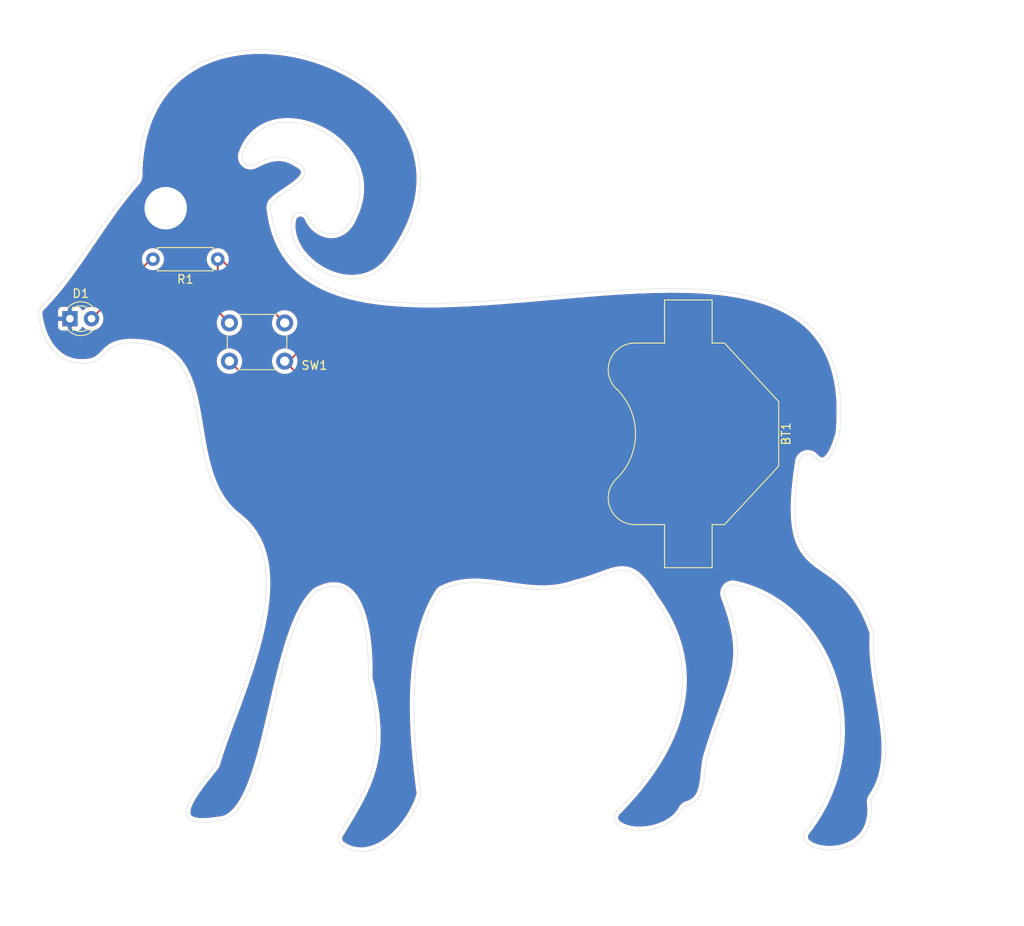
<source format=kicad_pcb>
(kicad_pcb (version 20241229) (generator "pcbnew") (generator_version "9.0")
  (layers (0 "F.Cu" signal) (2 "B.Cu" signal) (13 "F.Paste" user) (15 "B.Paste" user) (5 "F.SilkS" user "F.Silkscreen") (7 "B.SilkS" user "B.Silkscreen") (1 "F.Mask" user) (3 "B.Mask" user) (25 "Edge.Cuts" user))
  (net 0 "")
  (net 1 "GND")
  (net 2 "VCC")
  (net 3 "Net-(D1-A)")
  (net 4 "Net-(R1-Pad1)")
  (footprint "LED_THT:LED_D3.0mm" (layer "F.Cu") (at 108.23 87)
    (property "Reference" "D1" (at 1.27 -2.96 0) (layer "F.SilkS"))
    (property "Value" "LED")
    (fp_line (start -0.29 -1.236) (end -0.29 -1.08) (stroke (width 0.12)) (layer "F.SilkS"))
    (fp_line (start -0.29 1.08) (end -0.29 1.236) (stroke (width 0.12)) (layer "F.SilkS"))
    (fp_arc (start -0.29 -1.235516) (mid 1.365624 -1.987701) (end 2.941397 -1.080061) (stroke (width 0.12)) (layer "F.SilkS"))
    (fp_arc (start 0.229039 -1.08) (mid 1.269964 -1.5) (end 2.31091 -1.080049) (stroke (width 0.12)) (layer "F.SilkS"))
    (fp_arc (start 2.31091 1.080049) (mid 1.269964 1.5) (end 0.229039 1.08) (stroke (width 0.12)) (layer "F.SilkS"))
    (fp_arc (start 2.941397 1.080061) (mid 1.365624 1.987701) (end -0.29 1.235516) (stroke (width 0.12)) (layer "F.SilkS"))
    (pad "1" thru_hole rect (at 0 0) (size 1.8 1.8) (drill 0.9) (layers "*.Cu" "*.Mask") (net 1 "GND"))
    (pad "2" thru_hole circle (at 2.54 0) (size 1.8 1.8) (drill 0.9) (layers "*.Cu" "*.Mask") (net 3 "Net-(D1-A)"))
  )
  (footprint "Battery:BatteryHolder_Multicomp_BC-2001_1x2032" (layer "F.Cu") (at 181 100.55 90)
    (property "Reference" "BT1" (at 0 11.5 90) (layer "F.SilkS"))
    (property "Value" "Battery_Cell")
    (fp_line (start 15.75 -2.8) (end 10.68 -2.8) (stroke (width 0.12)) (layer "F.SilkS"))
    (fp_line (start 10.68 -2.8) (end 10.68 -6.35) (stroke (width 0.12)) (layer "F.SilkS"))
    (fp_line (start -10.68 -2.8) (end -10.68 -6.28) (stroke (width 0.12)) (layer "F.SilkS"))
    (fp_line (start -15.75 -2.8) (end -10.68 -2.8) (stroke (width 0.12)) (layer "F.SilkS"))
    (fp_line (start 15.75 2.8) (end 15.75 -2.8) (stroke (width 0.12)) (layer "F.SilkS"))
    (fp_line (start 10.68 2.8) (end 15.75 2.8) (stroke (width 0.12)) (layer "F.SilkS"))
    (fp_line (start 10.68 2.8) (end 10.68 4.25) (stroke (width 0.12)) (layer "F.SilkS"))
    (fp_line (start -10.68 2.8) (end -10.68 4.25) (stroke (width 0.12)) (layer "F.SilkS"))
    (fp_line (start -15.75 2.8) (end -15.75 -2.8) (stroke (width 0.12)) (layer "F.SilkS"))
    (fp_line (start -15.75 2.8) (end -10.68 2.8) (stroke (width 0.12)) (layer "F.SilkS"))
    (fp_line (start 10.68 4.25) (end 3.8 10.63) (stroke (width 0.12)) (layer "F.SilkS"))
    (fp_line (start -10.68 4.25) (end -3.8 10.63) (stroke (width 0.12)) (layer "F.SilkS"))
    (fp_line (start 3.8 10.63) (end -3.8 10.63) (stroke (width 0.12)) (layer "F.SilkS"))
    (fp_arc (start 5.316452 -8.492753) (mid 8.734461 -9.197232) (end 10.68 -6.3) (stroke (width 0.12)) (layer "F.SilkS"))
    (fp_arc (start 5.306422 -8.467392) (mid 0.096808 -6.218103) (end -5.169999 -8.330001) (stroke (width 0.12)) (layer "F.SilkS"))
    (fp_arc (start -10.677058 -6.3) (mid -8.637972 -9.23169) (end -5.180001 -8.339999) (stroke (width 0.12)) (layer "F.SilkS"))
    (pad "1" smd rect (at -12.95 0 90) (size 5 5) (layers "F.Cu" "F.Mask" "F.Paste") (net 2 "VCC"))
    (pad "1" smd rect (at 12.95 0 90) (size 5 5) (layers "F.Cu" "F.Mask" "F.Paste") (net 2 "VCC"))
    (pad "2" smd rect (at 0 0 90) (size 4 4) (layers "F.Cu" "F.Mask" "F.Paste") (net 1 "GND"))
  )
  (footprint "Resistor_THT:R_Axial_DIN0207_L6.3mm_D2.5mm_P7.62mm_Horizontal" (layer "F.Cu") (at 125.62 80 180)
    (property "Reference" "R1" (at 3.81 -2.37 0) (layer "F.SilkS"))
    (property "Value" "R")
    (fp_line (start 7.08 1.37) (end 7.08 1.04) (stroke (width 0.12)) (layer "F.SilkS"))
    (fp_line (start 7.08 -1.37) (end 7.08 -1.04) (stroke (width 0.12)) (layer "F.SilkS"))
    (fp_line (start 0.54 1.37) (end 7.08 1.37) (stroke (width 0.12)) (layer "F.SilkS"))
    (fp_line (start 0.54 1.04) (end 0.54 1.37) (stroke (width 0.12)) (layer "F.SilkS"))
    (fp_line (start 0.54 -1.04) (end 0.54 -1.37) (stroke (width 0.12)) (layer "F.SilkS"))
    (fp_line (start 0.54 -1.37) (end 7.08 -1.37) (stroke (width 0.12)) (layer "F.SilkS"))
    (pad "1" thru_hole circle (at 0 0 180) (size 1.6 1.6) (drill 0.8) (layers "*.Cu" "*.Mask") (net 4 "Net-(R1-Pad1)"))
    (pad "2" thru_hole oval (at 7.62 0 180) (size 1.6 1.6) (drill 0.8) (layers "*.Cu" "*.Mask") (net 3 "Net-(D1-A)"))
  )
  (footprint "Button_Switch_THT:SW_PUSH_6mm" (layer "F.Cu") (at 133.5 92 180)
    (property "Reference" "SW1" (at -3.5 -0.5 0) (layer "F.SilkS"))
    (property "Value" "SW_Push")
    (fp_line (start 6.75 3) (end 6.75 1.5) (stroke (width 0.12)) (layer "F.SilkS"))
    (fp_line (start 5.5 -1) (end 1 -1) (stroke (width 0.12)) (layer "F.SilkS"))
    (fp_line (start 1 5.5) (end 5.5 5.5) (stroke (width 0.12)) (layer "F.SilkS"))
    (fp_line (start -0.25 1.5) (end -0.25 3) (stroke (width 0.12)) (layer "F.SilkS"))
    (pad "1" thru_hole circle (at 0 0 270) (size 2 2) (drill 1.1) (layers "*.Cu" "*.Mask") (net 2 "VCC"))
    (pad "1" thru_hole circle (at 6.5 0 270) (size 2 2) (drill 1.1) (layers "*.Cu" "*.Mask") (net 2 "VCC"))
    (pad "2" thru_hole circle (at 0 4.5 270) (size 2 2) (drill 1.1) (layers "*.Cu" "*.Mask") (net 4 "Net-(R1-Pad1)"))
    (pad "2" thru_hole circle (at 6.5 4.5 270) (size 2 2) (drill 1.1) (layers "*.Cu" "*.Mask") (net 4 "Net-(R1-Pad1)"))
  )
  (gr_curve (pts (xy 180.270507 144.781852) (xy 180.398835 144.530251) (xy 180.621039 144.333077) (xy 180.891639 144.252164)) (stroke (width 0.05)) (layer "Edge.Cuts"))
  (gr_curve (pts (xy 128.549953 67.573688) (xy 131.460573 59.466617) (xy 145.728874 65.996441) (xy 141.623868 74.784746)) (stroke (width 0.05)) (layer "Edge.Cuts"))
  (gr_curve (pts (xy 125.673016 146.081887) (xy 131.842196 145.934686) (xy 131.764581 124.202389) (xy 137.123373 119.218784)) (stroke (width 0.05)) (layer "Edge.Cuts"))
  (gr_curve (pts (xy 131.853236 74.029197) (xy 131.820269 73.740249) (xy 131.911926 73.447264) (xy 132.110324 73.234623)) (stroke (width 0.05)) (layer "Edge.Cuts"))
  (gr_curve (pts (xy 127.835515 110.231356) (xy 136.007577 116.212107) (xy 127.530851 131.916974) (xy 125.430736 139.3394)) (stroke (width 0.05)) (layer "Edge.Cuts"))
  (gr_curve (pts (xy 195.838243 103.307073) (xy 196.765459 104.354546) (xy 197.833496 103.977193) (xy 198.784374 100.579471)) (stroke (width 0.05)) (layer "Edge.Cuts"))
  (gr_curve (pts (xy 137.339802 119.065511) (xy 142.847723 116.13302) (xy 143.472161 125.329738) (xy 143.335921 129.096538)) (stroke (width 0.05)) (layer "Edge.Cuts"))
  (gr_line (start 110.852561 92.11384) (end 111.012017 92.068561) (stroke (width 0.05)) (layer "Edge.Cuts"))
  (gr_curve (pts (xy 149.462024 143.146392) (xy 149.504969 143.0071) (xy 149.513978 142.862348) (xy 149.49435 142.717913)) (stroke (width 0.05)) (layer "Edge.Cuts"))
  (gr_curve (pts (xy 183.213794 138.56707) (xy 185.939343 129.401576) (xy 188.453624 127.932269) (xy 185.306528 119.682198)) (stroke (width 0.05)) (layer "Edge.Cuts"))
  (gr_line (start 183.191037 138.653365) (end 183.213794 138.56707) (stroke (width 0.05)) (layer "Edge.Cuts"))
  (gr_curve (pts (xy 125.430736 139.3394) (xy 125.393927 139.469496) (xy 125.334247 139.588373) (xy 125.249979 139.694102)) (stroke (width 0.05)) (layer "Edge.Cuts"))
  (gr_curve (pts (xy 139.928061 147.620774) (xy 139.636602 148.088581) (xy 139.768302 148.709223) (xy 140.230028 149.010224)) (stroke (width 0.05)) (layer "Edge.Cuts"))
  (gr_curve (pts (xy 180.891639 144.252164) (xy 183.228931 143.553285) (xy 182.677849 140.912669) (xy 183.191037 138.653365)) (stroke (width 0.05)) (layer "Edge.Cuts"))
  (gr_curve (pts (xy 136.293592 75.095933) (xy 135.896397 74.196782) (xy 134.574615 74.330678) (xy 134.371343 75.292404)) (stroke (width 0.05)) (layer "Edge.Cuts"))
  (gr_curve (pts (xy 143.335921 129.096538) (xy 143.332555 129.189588) (xy 143.34229 129.28235) (xy 143.364459 129.372783)) (stroke (width 0.05)) (layer "Edge.Cuts"))
  (gr_curve (pts (xy 116.014436 70.84668) (xy 112.01333 75.30554) (xy 108.953726 81.476514) (xy 104.79628 85.63624)) (stroke (width 0.05)) (layer "Edge.Cuts"))
  (gr_curve (pts (xy 186.458986 118.319514) (xy 198.078479 120.826165) (xy 203.155818 136.791863) (xy 194.809152 147.326577)) (stroke (width 0.05)) (layer "Edge.Cuts"))
  (gr_curve (pts (xy 202.81184 124.19432) (xy 202.821051 124.059652) (xy 202.805072 123.923471) (xy 202.761068 123.795862)) (stroke (width 0.05)) (layer "Edge.Cuts"))
  (gr_curve (pts (xy 172.54111 145.001517) (xy 172.1318 145.411398) (xy 172.141684 146.098278) (xy 172.585962 146.46997)) (stroke (width 0.05)) (layer "Edge.Cuts"))
  (gr_curve (pts (xy 140.230028 149.010224) (xy 144.003353 151.47007) (xy 148.301024 146.912114) (xy 149.462024 143.146392)) (stroke (width 0.05)) (layer "Edge.Cuts"))
  (gr_curve (pts (xy 145.801817 80.21081) (xy 162.636814 57.970159) (xy 116.552448 42.598134) (xy 116.275018 70.173172)) (stroke (width 0.05)) (layer "Edge.Cuts"))
  (gr_curve (pts (xy 141.623868 74.784746) (xy 140.383675 78.103702) (xy 137.297559 77.368666) (xy 136.293592 75.095933)) (stroke (width 0.05)) (layer "Edge.Cuts"))
  (gr_curve (pts (xy 116.275018 70.173172) (xy 116.272513 70.422196) (xy 116.18076 70.661328) (xy 116.014436 70.84668)) (stroke (width 0.05)) (layer "Edge.Cuts"))
  (gr_curve (pts (xy 137.123373 119.218784) (xy 137.188131 119.15856) (xy 137.261743 119.107071) (xy 137.339802 119.065511)) (stroke (width 0.05)) (layer "Edge.Cuts"))
  (gr_curve (pts (xy 129.969145 68.830911) (xy 129.147738 69.261945) (xy 128.236502 68.446756) (xy 128.549953 67.573688)) (stroke (width 0.05)) (layer "Edge.Cuts"))
  (gr_curve (pts (xy 172.585962 146.46997) (xy 174.46891 148.045283) (xy 179.060963 147.153296) (xy 180.270507 144.781852)) (stroke (width 0.05)) (layer "Edge.Cuts"))
  (gr_curve (pts (xy 167.833 118.181678) (xy 172.485633 117.093141) (xy 173.8302 114.565165) (xy 176.937399 119.823064)) (stroke (width 0.05)) (layer "Edge.Cuts"))
  (gr_curve (pts (xy 185.306528 119.682198) (xy 185.020211 118.931621) (xy 185.673718 118.150109) (xy 186.458986 118.319514)) (stroke (width 0.05)) (layer "Edge.Cuts"))
  (gr_curve (pts (xy 202.495191 143.973978) (xy 202.468032 143.740232) (xy 202.526774 143.501864) (xy 202.661446 143.308891)) (stroke (width 0.05)) (layer "Edge.Cuts"))
  (gr_curve (pts (xy 104.79628 85.63624) (xy 104.569013 85.863631) (xy 104.457306 86.181356) (xy 104.5 86.5)) (stroke (width 0.05)) (layer "Edge.Cuts"))
  (gr_curve (pts (xy 176.981934 119.890917) (xy 183.538305 128.912834) (xy 179.629678 137.903063) (xy 172.54111 145.001517)) (stroke (width 0.05)) (layer "Edge.Cuts"))
  (gr_curve (pts (xy 143.364459 129.372783) (xy 145.498893 138.079722) (xy 143.828948 141.359626) (xy 139.928061 147.620774)) (stroke (width 0.05)) (layer "Edge.Cuts"))
  (gr_curve (pts (xy 202.661446 143.308891) (xy 206.28984 138.109711) (xy 202.381662 130.483537) (xy 202.81184 124.19432)) (stroke (width 0.05)) (layer "Edge.Cuts"))
  (gr_curve (pts (xy 194.809152 147.326577) (xy 194.494334 147.723923) (xy 194.501015 148.297586) (xy 194.855791 148.659703)) (stroke (width 0.05)) (layer "Edge.Cuts"))
  (gr_curve (pts (xy 125.249979 139.694102) (xy 122.885226 142.661109) (xy 118.884508 147.210364) (xy 125.673016 146.081887)) (stroke (width 0.05)) (layer "Edge.Cuts"))
  (gr_curve (pts (xy 111.012017 92.068561) (xy 112.5658 91.493516) (xy 112.336748 90.009535) (xy 115.19186 89.853368)) (stroke (width 0.05)) (layer "Edge.Cuts"))
  (gr_curve (pts (xy 202.761068 123.795862) (xy 198.927396 112.678491) (xy 191.497696 119.886313) (xy 194.056237 103.797664)) (stroke (width 0.05)) (layer "Edge.Cuts"))
  (gr_curve (pts (xy 104.5 86.5) (xy 104.944919 89.820668) (xy 106.928555 92.939748) (xy 110.852561 92.11384)) (stroke (width 0.05)) (layer "Edge.Cuts"))
  (gr_curve (pts (xy 134.371343 75.292404) (xy 133.345224 80.147217) (xy 141.598669 85.342381) (xy 145.801817 80.21081)) (stroke (width 0.05)) (layer "Edge.Cuts"))
  (gr_curve (pts (xy 149.49435 142.717913) (xy 148.587615 136.045341) (xy 147.690434 125.380624) (xy 151.67772 119.222909)) (stroke (width 0.05)) (layer "Edge.Cuts"))
  (gr_curve (pts (xy 132.110324 73.234623) (xy 133.332572 71.924629) (xy 137.875821 70.167317) (xy 134.921957 68.644387)) (stroke (width 0.05)) (layer "Edge.Cuts"))
  (gr_curve (pts (xy 115.19186 89.853368) (xy 126.69051 89.645879) (xy 120.589635 104.458578) (xy 127.835515 110.231356)) (stroke (width 0.05)) (layer "Edge.Cuts"))
  (gr_curve (pts (xy 151.67772 119.222909) (xy 151.777092 119.069446) (xy 151.917608 118.944522) (xy 152.082779 118.866136)) (stroke (width 0.05)) (layer "Edge.Cuts"))
  (gr_curve (pts (xy 198.820085 100.384665) (xy 202.084223 64.147321) (xy 135.031566 101.886045) (xy 131.853236 74.029197)) (stroke (width 0.05)) (layer "Edge.Cuts"))
  (gr_line (start 198.784374 100.579471) (end 198.820085 100.384665) (stroke (width 0.05)) (layer "Edge.Cuts"))
  (gr_curve (pts (xy 134.921957 68.644387) (xy 133.134442 67.461566) (xy 131.503084 68.025973) (xy 129.969145 68.830911)) (stroke (width 0.05)) (layer "Edge.Cuts"))
  (gr_curve (pts (xy 194.855791 148.659703) (xy 196.496456 150.334314) (xy 203.196202 150.007366) (xy 202.495191 143.973978)) (stroke (width 0.05)) (layer "Edge.Cuts"))
  (gr_curve (pts (xy 194.056237 103.797664) (xy 194.192867 102.93851) (xy 195.261626 102.65567) (xy 195.838243 103.307073)) (stroke (width 0.05)) (layer "Edge.Cuts"))
  (gr_curve (pts (xy 152.082779 118.866136) (xy 157.015847 116.525006) (xy 162.017409 120.292937) (xy 167.737958 118.210007)) (stroke (width 0.05)) (layer "Edge.Cuts"))
  (gr_line (start 176.937399 119.823064) (end 176.981934 119.890917) (stroke (width 0.05)) (layer "Edge.Cuts"))
  (gr_line (start 167.737958 118.210007) (end 167.833 118.181678) (stroke (width 0.05)) (layer "Edge.Cuts"))
  (via (at 119.5 74) (size 5.5) (drill 5) (layers "F.Cu" "B.Cu") (net 1))
  (segment (start 138.4 87.6) (end 181 87.6) (width 0.2) (layer "F.Cu") (net 2))
  (segment (start 148.5 113.5) (end 181 113.5) (width 0.2) (layer "F.Cu") (net 2))
  (segment (start 133.5 92) (end 134 92) (width 0.2) (layer "F.Cu") (net 2))
  (segment (start 133.5 92) (end 155 113.5) (width 0.2) (layer "F.Cu") (net 2))
  (segment (start 127 92) (end 148.5 113.5) (width 0.2) (layer "F.Cu") (net 2))
  (segment (start 134 92) (end 138.4 87.6) (width 0.2) (layer "F.Cu") (net 2))
  (segment (start 155 113.5) (end 181 113.5) (width 0.2) (layer "F.Cu") (net 2))
  (segment (start 118 80) (end 117.77 80) (width 0.2) (layer "F.Cu") (net 3))
  (segment (start 117.77 80) (end 110.77 87) (width 0.2) (layer "F.Cu") (net 3))
  (segment (start 125.62 86.12) (end 127 87.5) (width 0.2) (layer "F.Cu") (net 4))
  (segment (start 126 80) (end 125.62 80) (width 0.2) (layer "F.Cu") (net 4))
  (segment (start 133.5 87.5) (end 126 80) (width 0.2) (layer "F.Cu") (net 4))
  (segment (start 125.62 80) (end 125.62 86.12) (width 0.2) (layer "F.Cu") (net 4))
  (zone (net 1) (net_name "GND") (layers "F.Cu" "B.Cu") (connect_pads (clearance 0.5)) (min_thickness 0.25) (fill yes (thermal_gap 0.5) (thermal_bridge_width 0.5) (island_removal_mode 2) (island_area_min 10))
    (polygon (pts (xy 100 49.5) (xy 220.5 49.5) (xy 220.5 158.5) (xy 100 158.5)))
  )
)
</source>
